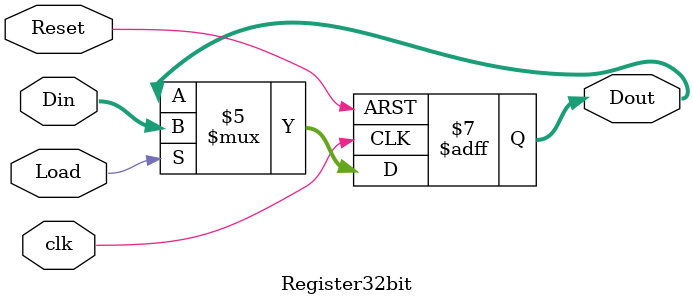
<source format=v>
module Register32bit (Din, Dout, Load, Reset, clk);
input [31:0] Din;
output reg [31:0] Dout;
input Load, Reset, clk;

always@(posedge clk or posedge Reset) begin
if (Reset == 1)
Dout = 0;
else if (Load == 1)
Dout <= Din;
else
Dout <= Dout;
end

endmodule



</source>
